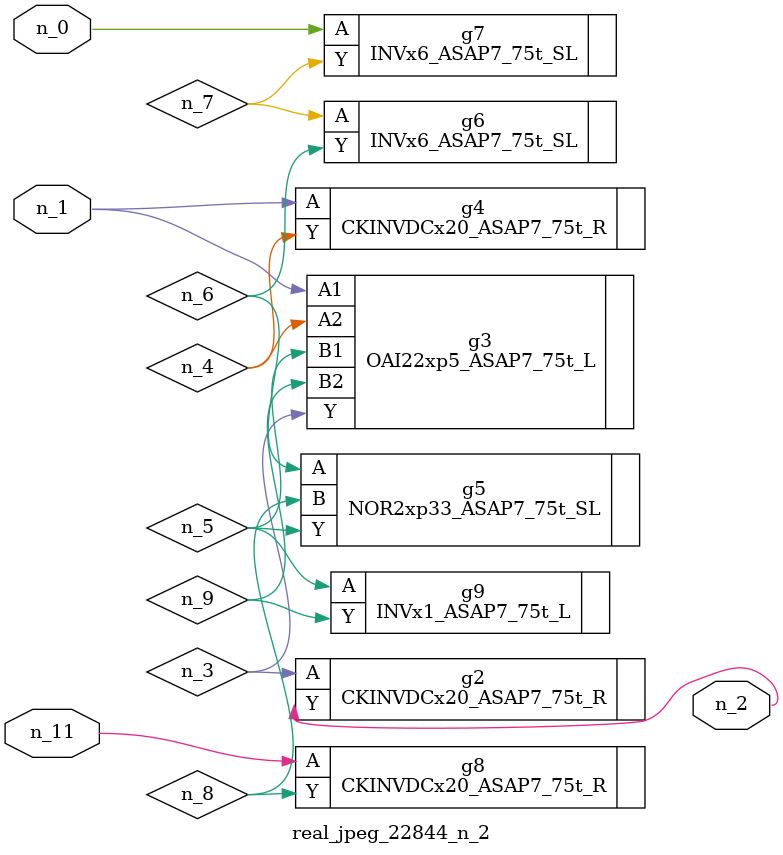
<source format=v>
module real_jpeg_22844_n_2 (n_1, n_11, n_0, n_2);

input n_1;
input n_11;
input n_0;

output n_2;

wire n_5;
wire n_4;
wire n_8;
wire n_6;
wire n_7;
wire n_3;
wire n_9;

INVx6_ASAP7_75t_SL g7 ( 
.A(n_0),
.Y(n_7)
);

OAI22xp5_ASAP7_75t_L g3 ( 
.A1(n_1),
.A2(n_4),
.B1(n_5),
.B2(n_9),
.Y(n_3)
);

CKINVDCx20_ASAP7_75t_R g4 ( 
.A(n_1),
.Y(n_4)
);

CKINVDCx20_ASAP7_75t_R g2 ( 
.A(n_3),
.Y(n_2)
);

INVx1_ASAP7_75t_L g9 ( 
.A(n_5),
.Y(n_9)
);

NOR2xp33_ASAP7_75t_SL g5 ( 
.A(n_6),
.B(n_8),
.Y(n_5)
);

INVx6_ASAP7_75t_SL g6 ( 
.A(n_7),
.Y(n_6)
);

CKINVDCx20_ASAP7_75t_R g8 ( 
.A(n_11),
.Y(n_8)
);


endmodule
</source>
